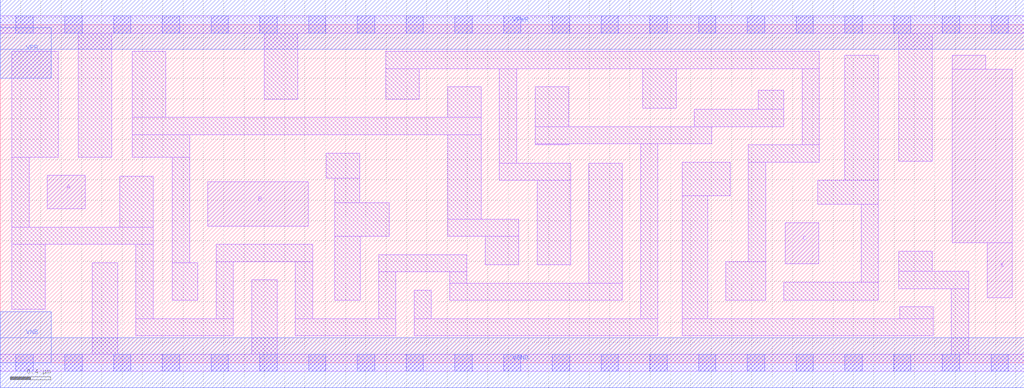
<source format=lef>
# Copyright 2020 The SkyWater PDK Authors
#
# Licensed under the Apache License, Version 2.0 (the "License");
# you may not use this file except in compliance with the License.
# You may obtain a copy of the License at
#
#     https://www.apache.org/licenses/LICENSE-2.0
#
# Unless required by applicable law or agreed to in writing, software
# distributed under the License is distributed on an "AS IS" BASIS,
# WITHOUT WARRANTIES OR CONDITIONS OF ANY KIND, either express or implied.
# See the License for the specific language governing permissions and
# limitations under the License.
#
# SPDX-License-Identifier: Apache-2.0

VERSION 5.5 ;
NAMESCASESENSITIVE ON ;
BUSBITCHARS "[]" ;
DIVIDERCHAR "/" ;
MACRO sky130_fd_sc_lp__xnor3_lp
  CLASS CORE ;
  SOURCE USER ;
  ORIGIN  0.000000  0.000000 ;
  SIZE  10.08000 BY  3.330000 ;
  SYMMETRY X Y R90 ;
  SITE unit ;
  PIN A
    ANTENNAGATEAREA  0.376000 ;
    DIRECTION INPUT ;
    USE SIGNAL ;
    PORT
      LAYER li1 ;
        RECT 0.465000 1.515000 0.835000 1.845000 ;
    END
  END A
  PIN B
    ANTENNAGATEAREA  1.002000 ;
    DIRECTION INPUT ;
    USE SIGNAL ;
    PORT
      LAYER li1 ;
        RECT 2.045000 1.345000 3.030000 1.780000 ;
    END
  END B
  PIN C
    ANTENNAGATEAREA  0.689000 ;
    DIRECTION INPUT ;
    USE SIGNAL ;
    PORT
      LAYER li1 ;
        RECT 7.730000 0.975000 8.060000 1.380000 ;
    END
  END C
  PIN X
    ANTENNADIFFAREA  0.404700 ;
    DIRECTION OUTPUT ;
    USE SIGNAL ;
    PORT
      LAYER li1 ;
        RECT 9.375000 1.180000 9.965000 2.890000 ;
        RECT 9.375000 2.890000 9.705000 3.025000 ;
        RECT 9.715000 0.640000 9.965000 1.180000 ;
    END
  END X
  PIN VGND
    DIRECTION INOUT ;
    USE GROUND ;
    PORT
      LAYER met1 ;
        RECT 0.000000 -0.245000 10.080000 0.245000 ;
    END
  END VGND
  PIN VNB
    DIRECTION INOUT ;
    USE GROUND ;
    PORT
      LAYER met1 ;
        RECT 0.000000 0.000000 0.500000 0.500000 ;
    END
  END VNB
  PIN VPB
    DIRECTION INOUT ;
    USE POWER ;
    PORT
      LAYER met1 ;
        RECT 0.000000 2.800000 0.500000 3.300000 ;
    END
  END VPB
  PIN VPWR
    DIRECTION INOUT ;
    USE POWER ;
    PORT
      LAYER met1 ;
        RECT 0.000000 3.085000 10.080000 3.575000 ;
    END
  END VPWR
  OBS
    LAYER li1 ;
      RECT 0.000000 -0.085000 10.080000 0.085000 ;
      RECT 0.000000  3.245000 10.080000 3.415000 ;
      RECT 0.115000  0.525000  0.445000 1.165000 ;
      RECT 0.115000  1.165000  1.505000 1.335000 ;
      RECT 0.115000  1.335000  0.285000 2.025000 ;
      RECT 0.115000  2.025000  0.570000 3.065000 ;
      RECT 0.770000  2.025000  1.100000 3.245000 ;
      RECT 0.905000  0.085000  1.155000 0.985000 ;
      RECT 1.175000  1.335000  1.505000 1.835000 ;
      RECT 1.300000  2.025000  1.865000 2.245000 ;
      RECT 1.300000  2.245000  4.735000 2.415000 ;
      RECT 1.300000  2.415000  1.630000 3.065000 ;
      RECT 1.335000  0.265000  2.295000 0.435000 ;
      RECT 1.335000  0.435000  1.505000 1.165000 ;
      RECT 1.695000  0.615000  1.945000 0.985000 ;
      RECT 1.695000  0.985000  1.865000 2.025000 ;
      RECT 2.125000  0.435000  2.295000 0.995000 ;
      RECT 2.125000  0.995000  3.075000 1.165000 ;
      RECT 2.475000  0.085000  2.725000 0.815000 ;
      RECT 2.600000  2.595000  2.930000 3.245000 ;
      RECT 2.905000  0.265000  3.895000 0.435000 ;
      RECT 2.905000  0.435000  3.075000 0.995000 ;
      RECT 3.210000  1.815000  3.540000 2.065000 ;
      RECT 3.295000  0.615000  3.545000 1.245000 ;
      RECT 3.295000  1.245000  3.830000 1.575000 ;
      RECT 3.295000  1.575000  3.540000 1.815000 ;
      RECT 3.725000  0.435000  3.895000 0.895000 ;
      RECT 3.725000  0.895000  4.595000 1.065000 ;
      RECT 3.795000  2.595000  4.125000 2.895000 ;
      RECT 3.795000  2.895000  8.065000 3.065000 ;
      RECT 4.075000  0.265000  6.475000 0.435000 ;
      RECT 4.075000  0.435000  4.245000 0.715000 ;
      RECT 4.405000  1.245000  5.105000 1.415000 ;
      RECT 4.405000  1.415000  4.735000 2.245000 ;
      RECT 4.405000  2.415000  4.735000 2.715000 ;
      RECT 4.425000  0.615000  6.125000 0.785000 ;
      RECT 4.425000  0.785000  4.595000 0.895000 ;
      RECT 4.775000  0.965000  5.105000 1.245000 ;
      RECT 4.915000  1.795000  5.615000 1.965000 ;
      RECT 4.915000  1.965000  5.085000 2.895000 ;
      RECT 5.265000  2.145000  5.595000 2.155000 ;
      RECT 5.265000  2.155000  7.005000 2.325000 ;
      RECT 5.265000  2.325000  5.595000 2.715000 ;
      RECT 5.285000  0.965000  5.615000 1.795000 ;
      RECT 5.795000  0.785000  6.125000 1.965000 ;
      RECT 6.305000  0.435000  6.475000 2.155000 ;
      RECT 6.325000  2.505000  6.655000 2.895000 ;
      RECT 6.715000  0.265000  9.185000 0.435000 ;
      RECT 6.715000  0.435000  6.965000 1.645000 ;
      RECT 6.715000  1.645000  7.185000 1.975000 ;
      RECT 6.835000  2.325000  7.715000 2.495000 ;
      RECT 7.145000  0.615000  7.535000 0.995000 ;
      RECT 7.365000  0.995000  7.535000 1.975000 ;
      RECT 7.365000  1.975000  8.065000 2.145000 ;
      RECT 7.465000  2.495000  7.715000 2.685000 ;
      RECT 7.715000  0.615000  8.645000 0.795000 ;
      RECT 7.895000  2.145000  8.065000 2.895000 ;
      RECT 8.050000  1.560000  8.645000 1.795000 ;
      RECT 8.315000  1.795000  8.645000 3.025000 ;
      RECT 8.475000  0.795000  8.645000 1.560000 ;
      RECT 8.845000  0.730000  9.535000 0.900000 ;
      RECT 8.845000  0.900000  9.175000 1.100000 ;
      RECT 8.845000  1.985000  9.175000 3.245000 ;
      RECT 8.855000  0.435000  9.185000 0.550000 ;
      RECT 9.365000  0.085000  9.535000 0.730000 ;
    LAYER mcon ;
      RECT 0.155000 -0.085000 0.325000 0.085000 ;
      RECT 0.155000  3.245000 0.325000 3.415000 ;
      RECT 0.635000 -0.085000 0.805000 0.085000 ;
      RECT 0.635000  3.245000 0.805000 3.415000 ;
      RECT 1.115000 -0.085000 1.285000 0.085000 ;
      RECT 1.115000  3.245000 1.285000 3.415000 ;
      RECT 1.595000 -0.085000 1.765000 0.085000 ;
      RECT 1.595000  3.245000 1.765000 3.415000 ;
      RECT 2.075000 -0.085000 2.245000 0.085000 ;
      RECT 2.075000  3.245000 2.245000 3.415000 ;
      RECT 2.555000 -0.085000 2.725000 0.085000 ;
      RECT 2.555000  3.245000 2.725000 3.415000 ;
      RECT 3.035000 -0.085000 3.205000 0.085000 ;
      RECT 3.035000  3.245000 3.205000 3.415000 ;
      RECT 3.515000 -0.085000 3.685000 0.085000 ;
      RECT 3.515000  3.245000 3.685000 3.415000 ;
      RECT 3.995000 -0.085000 4.165000 0.085000 ;
      RECT 3.995000  3.245000 4.165000 3.415000 ;
      RECT 4.475000 -0.085000 4.645000 0.085000 ;
      RECT 4.475000  3.245000 4.645000 3.415000 ;
      RECT 4.955000 -0.085000 5.125000 0.085000 ;
      RECT 4.955000  3.245000 5.125000 3.415000 ;
      RECT 5.435000 -0.085000 5.605000 0.085000 ;
      RECT 5.435000  3.245000 5.605000 3.415000 ;
      RECT 5.915000 -0.085000 6.085000 0.085000 ;
      RECT 5.915000  3.245000 6.085000 3.415000 ;
      RECT 6.395000 -0.085000 6.565000 0.085000 ;
      RECT 6.395000  3.245000 6.565000 3.415000 ;
      RECT 6.875000 -0.085000 7.045000 0.085000 ;
      RECT 6.875000  3.245000 7.045000 3.415000 ;
      RECT 7.355000 -0.085000 7.525000 0.085000 ;
      RECT 7.355000  3.245000 7.525000 3.415000 ;
      RECT 7.835000 -0.085000 8.005000 0.085000 ;
      RECT 7.835000  3.245000 8.005000 3.415000 ;
      RECT 8.315000 -0.085000 8.485000 0.085000 ;
      RECT 8.315000  3.245000 8.485000 3.415000 ;
      RECT 8.795000 -0.085000 8.965000 0.085000 ;
      RECT 8.795000  3.245000 8.965000 3.415000 ;
      RECT 9.275000 -0.085000 9.445000 0.085000 ;
      RECT 9.275000  3.245000 9.445000 3.415000 ;
      RECT 9.755000 -0.085000 9.925000 0.085000 ;
      RECT 9.755000  3.245000 9.925000 3.415000 ;
  END
END sky130_fd_sc_lp__xnor3_lp

</source>
